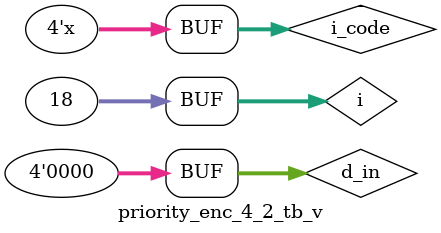
<source format=v>

`timescale 1ms/1ms

module priority_enc_4_2_tb_v;
  
  reg  [3:0] i_code;
  wire [1:0] o_code;
  wire       o_valid;  
  
  // reg i_a, i_b, i_c, i_d;
  reg [3:0] d_in = 4'b0000;
  integer i;
  
  // duv port map options:
  // priority_enc_4_2_v__no_always duv (.i_code(i_code), .o_code(o_code), .o_valid(o_valid));  // BEHAVIOR MODEL!!!!!!!!!!!!!!!!!!
  // priority_enc_4_2_v__always duv (.i_code(i_code), .o_code(o_code), .o_valid(o_valid)); 
  priority_enc_4_2_v__equation duv (.i_code(i_code), .o_code(o_code), .o_valid(o_valid)); 
  
  //procedure statement
  initial begin

      
      
      for (i = 0 ; i < 18 ; i = i + 1) begin
        #1000 i_code = d_in;
        // #1000 o_code[0] = d_in[0]; o_code[1] = d_in[1]; o_code[2] = d_in[]; i_d = d_in[4];
        d_in = d_in + 1;
      end
          
    end

endmodule

</source>
